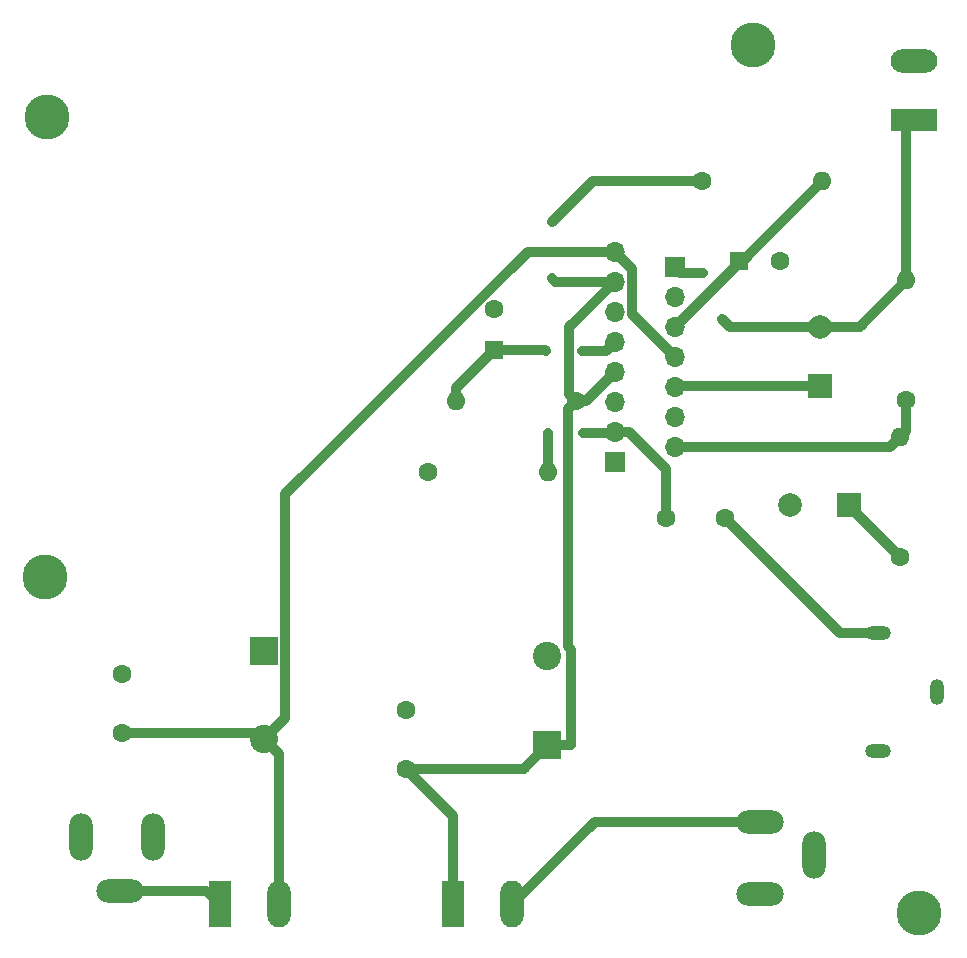
<source format=gbr>
%TF.GenerationSoftware,KiCad,Pcbnew,7.0.1-0*%
%TF.CreationDate,2023-05-21T16:13:56-06:00*%
%TF.ProjectId,100W Amplifier IS,31303057-2041-46d7-906c-696669657220,rev?*%
%TF.SameCoordinates,Original*%
%TF.FileFunction,Copper,L1,Top*%
%TF.FilePolarity,Positive*%
%FSLAX46Y46*%
G04 Gerber Fmt 4.6, Leading zero omitted, Abs format (unit mm)*
G04 Created by KiCad (PCBNEW 7.0.1-0) date 2023-05-21 16:13:56*
%MOMM*%
%LPD*%
G01*
G04 APERTURE LIST*
%TA.AperFunction,ComponentPad*%
%ADD10C,3.800000*%
%TD*%
%TA.AperFunction,ComponentPad*%
%ADD11C,1.600000*%
%TD*%
%TA.AperFunction,ComponentPad*%
%ADD12O,1.600000X1.600000*%
%TD*%
%TA.AperFunction,ComponentPad*%
%ADD13R,2.000000X2.000000*%
%TD*%
%TA.AperFunction,ComponentPad*%
%ADD14C,2.000000*%
%TD*%
%TA.AperFunction,ComponentPad*%
%ADD15R,2.400000X2.400000*%
%TD*%
%TA.AperFunction,ComponentPad*%
%ADD16C,2.400000*%
%TD*%
%TA.AperFunction,ComponentPad*%
%ADD17R,3.960000X1.980000*%
%TD*%
%TA.AperFunction,ComponentPad*%
%ADD18O,3.960000X1.980000*%
%TD*%
%TA.AperFunction,ComponentPad*%
%ADD19R,1.700000X1.700000*%
%TD*%
%TA.AperFunction,ComponentPad*%
%ADD20O,1.700000X1.700000*%
%TD*%
%TA.AperFunction,ComponentPad*%
%ADD21R,1.980000X3.960000*%
%TD*%
%TA.AperFunction,ComponentPad*%
%ADD22O,1.980000X3.960000*%
%TD*%
%TA.AperFunction,ComponentPad*%
%ADD23R,1.600000X1.600000*%
%TD*%
%TA.AperFunction,ComponentPad*%
%ADD24O,2.200000X1.200000*%
%TD*%
%TA.AperFunction,ComponentPad*%
%ADD25O,1.200000X2.200000*%
%TD*%
%TA.AperFunction,ComponentPad*%
%ADD26O,2.000000X4.000000*%
%TD*%
%TA.AperFunction,ComponentPad*%
%ADD27O,4.000000X2.000000*%
%TD*%
%TA.AperFunction,ViaPad*%
%ADD28C,0.800000*%
%TD*%
%TA.AperFunction,Conductor*%
%ADD29C,0.812800*%
%TD*%
G04 APERTURE END LIST*
D10*
%TO.P,REF\u002A\u002A,1*%
%TO.N,N/C*%
X115500000Y-87300000D03*
%TD*%
%TO.P,,1*%
%TO.N,N/C*%
X115500000Y-87300000D03*
%TD*%
%TO.P,REF\u002A\u002A,1*%
%TO.N,N/C*%
X115600000Y-48350000D03*
%TD*%
%TO.P,,1*%
%TO.N,N/C*%
X115600000Y-48350000D03*
%TD*%
%TO.P,REF\u002A\u002A,1*%
%TO.N,N/C*%
X175400000Y-42250000D03*
%TD*%
%TO.P,,1*%
%TO.N,N/C*%
X175400000Y-42250000D03*
%TD*%
%TO.P,REF\u002A\u002A,1*%
%TO.N,N/C*%
X189500000Y-115700000D03*
%TD*%
D11*
%TO.P,R9,1*%
%TO.N,INV_IN*%
X188390000Y-72290000D03*
D12*
%TO.P,R9,2*%
%TO.N,OUTPUT*%
X188390000Y-62130000D03*
%TD*%
D11*
%TO.P,R10,1*%
%TO.N,SGND*%
X147880000Y-78370000D03*
D12*
%TO.P,R10,2*%
%TO.N,NON INV_IN*%
X158040000Y-78370000D03*
%TD*%
D13*
%TO.P,C10,1*%
%TO.N,BOOTSTRAP*%
X181050000Y-71067677D03*
D14*
%TO.P,C10,2*%
%TO.N,OUTPUT*%
X181050000Y-66067677D03*
%TD*%
D15*
%TO.P,C15,1*%
%TO.N,SGND*%
X134000000Y-93500000D03*
D16*
%TO.P,C15,2*%
%TO.N,-Vs(PWR)*%
X134000000Y-101000000D03*
%TD*%
D17*
%TO.P,J6,1,Pin_1*%
%TO.N,OUTPUT*%
X189050000Y-48600000D03*
D18*
%TO.P,J6,2,Pin_2*%
%TO.N,SGND*%
X189050000Y-43600000D03*
%TD*%
D19*
%TO.P,J3,1,Pin_1*%
%TO.N,SGND*%
X163695000Y-77520000D03*
D20*
%TO.P,J3,2,Pin_2*%
%TO.N,NON INV_IN*%
X163695000Y-74980000D03*
%TO.P,J3,3,Pin_3*%
%TO.N,unconnected-(J3-Pin_3-Pad3)*%
X163695000Y-72440000D03*
%TO.P,J3,4,Pin_4*%
%TO.N,+Vs(PWR)*%
X163695000Y-69900000D03*
%TO.P,J3,5,Pin_5*%
%TO.N,STAND-BY*%
X163695000Y-67360000D03*
%TO.P,J3,6,Pin_6*%
%TO.N,unconnected-(J3-Pin_6-Pad6)*%
X163695000Y-64820000D03*
%TO.P,J3,7,Pin_7*%
%TO.N,+Vs(PWR)*%
X163695000Y-62280000D03*
%TO.P,J3,8,Pin_8*%
%TO.N,-Vs(PWR)*%
X163695000Y-59740000D03*
%TD*%
D19*
%TO.P,J2,1,Pin_1*%
%TO.N,OUTPUT*%
X168765000Y-61010000D03*
D20*
%TO.P,J2,2,Pin_2*%
%TO.N,unconnected-(J2-Pin_2-Pad2)*%
X168765000Y-63550000D03*
%TO.P,J2,3,Pin_3*%
%TO.N,MUTE*%
X168765000Y-66090000D03*
%TO.P,J2,4,Pin_4*%
%TO.N,-Vs(PWR)*%
X168765000Y-68630000D03*
%TO.P,J2,5,Pin_5*%
%TO.N,BOOTSTRAP*%
X168765000Y-71170000D03*
%TO.P,J2,6,Pin_6*%
%TO.N,SGND*%
X168765000Y-73710000D03*
%TO.P,J2,7,Pin_7*%
%TO.N,INV_IN*%
X168765000Y-76250000D03*
%TD*%
D11*
%TO.P,C11,1*%
%TO.N,AUDIO IN+*%
X173020000Y-82290000D03*
%TO.P,C11,2*%
%TO.N,NON INV_IN*%
X168020000Y-82290000D03*
%TD*%
D21*
%TO.P,J7,1,Pin_1*%
%TO.N,-36IN*%
X130235000Y-115000000D03*
D22*
%TO.P,J7,2,Pin_2*%
%TO.N,-Vs(PWR)*%
X135235000Y-115000000D03*
%TD*%
D21*
%TO.P,J8,1,Pin_1*%
%TO.N,+Vs(PWR)*%
X150000000Y-115000000D03*
D22*
%TO.P,J8,2,Pin_2*%
%TO.N,+36IN*%
X155000000Y-115000000D03*
%TD*%
D23*
%TO.P,C13,1*%
%TO.N,STAND-BY*%
X153490000Y-68072651D03*
D11*
%TO.P,C13,2*%
%TO.N,SGND*%
X153490000Y-64572651D03*
%TD*%
D13*
%TO.P,C8,1*%
%TO.N,Net-(C8-Pad1)*%
X183570000Y-81180000D03*
D14*
%TO.P,C8,2*%
%TO.N,SGND*%
X178570000Y-81180000D03*
%TD*%
D24*
%TO.P,J1,R*%
%TO.N,N/C*%
X186000000Y-102000000D03*
D25*
%TO.P,J1,S*%
%TO.N,SGND*%
X191000000Y-97000000D03*
D24*
%TO.P,J1,T*%
%TO.N,AUDIO IN+*%
X186000000Y-92000000D03*
%TD*%
D26*
%TO.P,J4,1*%
%TO.N,SGND*%
X124600000Y-109250000D03*
D27*
%TO.P,J4,2*%
%TO.N,-36IN*%
X121800000Y-113850000D03*
D26*
%TO.P,J4,3*%
%TO.N,unconnected-(J4-Pad3)*%
X118500000Y-109250000D03*
%TD*%
D11*
%TO.P,C16,1*%
%TO.N,SGND*%
X146000000Y-98500000D03*
%TO.P,C16,2*%
%TO.N,+Vs(PWR)*%
X146000000Y-103500000D03*
%TD*%
D15*
%TO.P,C14,1*%
%TO.N,+Vs(PWR)*%
X158000000Y-101500000D03*
D16*
%TO.P,C14,2*%
%TO.N,SGND*%
X158000000Y-94000000D03*
%TD*%
D11*
%TO.P,R11,1*%
%TO.N,+Vs(PWR)*%
X171100000Y-53780000D03*
D12*
%TO.P,R11,2*%
%TO.N,MUTE*%
X181260000Y-53780000D03*
%TD*%
D11*
%TO.P,R8,1*%
%TO.N,Net-(C8-Pad1)*%
X187860000Y-85590000D03*
D12*
%TO.P,R8,2*%
%TO.N,INV_IN*%
X187860000Y-75430000D03*
%TD*%
D11*
%TO.P,C17,1*%
%TO.N,-Vs(PWR)*%
X122000000Y-100500000D03*
%TO.P,C17,2*%
%TO.N,SGND*%
X122000000Y-95500000D03*
%TD*%
D27*
%TO.P,J5,1*%
%TO.N,+36IN*%
X176000000Y-108000000D03*
D26*
%TO.P,J5,2*%
%TO.N,SGND*%
X180600000Y-110800000D03*
D27*
%TO.P,J5,3*%
%TO.N,unconnected-(J5-Pad3)*%
X176000000Y-114100000D03*
%TD*%
D11*
%TO.P,R12,1*%
%TO.N,+Vs(PWR)*%
X160420000Y-72350000D03*
D12*
%TO.P,R12,2*%
%TO.N,STAND-BY*%
X150260000Y-72350000D03*
%TD*%
D23*
%TO.P,C12,1*%
%TO.N,MUTE*%
X174200000Y-60500000D03*
D11*
%TO.P,C12,2*%
%TO.N,SGND*%
X177700000Y-60500000D03*
%TD*%
D28*
%TO.N,OUTPUT*%
X171150000Y-61500000D03*
X172800000Y-65400000D03*
%TO.N,NON INV_IN*%
X158050000Y-75050000D03*
X161000000Y-75100000D03*
%TO.N,STAND-BY*%
X157900000Y-68150000D03*
X160900000Y-68100000D03*
%TO.N,+Vs(PWR)*%
X158400000Y-57250000D03*
X158400000Y-62000000D03*
%TD*%
D29*
%TO.N,Net-(C8-Pad1)*%
X183570000Y-81180000D02*
X183570000Y-81300000D01*
X183570000Y-81300000D02*
X187860000Y-85590000D01*
%TO.N,BOOTSTRAP*%
X181050000Y-71067677D02*
X168867323Y-71067677D01*
X168867323Y-71067677D02*
X168765000Y-71170000D01*
%TO.N,OUTPUT*%
X188390000Y-49260000D02*
X189050000Y-48600000D01*
X181050000Y-66067677D02*
X173467677Y-66067677D01*
X188390000Y-62130000D02*
X188390000Y-49260000D01*
X173467677Y-66067677D02*
X172800000Y-65400000D01*
X184452323Y-66067677D02*
X188390000Y-62130000D01*
X171150000Y-61500000D02*
X169255000Y-61500000D01*
X169255000Y-61500000D02*
X168765000Y-61010000D01*
X181050000Y-66067677D02*
X184452323Y-66067677D01*
%TO.N,AUDIO IN+*%
X182730000Y-92000000D02*
X173020000Y-82290000D01*
X186000000Y-92000000D02*
X182730000Y-92000000D01*
%TO.N,NON INV_IN*%
X161000000Y-75100000D02*
X163575000Y-75100000D01*
X164897081Y-74980000D02*
X163695000Y-74980000D01*
X158040000Y-75060000D02*
X158050000Y-75050000D01*
X168020000Y-82290000D02*
X168020000Y-78102919D01*
X168020000Y-78102919D02*
X164897081Y-74980000D01*
X163575000Y-75100000D02*
X163695000Y-74980000D01*
X158040000Y-78370000D02*
X158040000Y-75060000D01*
%TO.N,MUTE*%
X174200000Y-60655000D02*
X168765000Y-66090000D01*
X174540000Y-60500000D02*
X174200000Y-60500000D01*
X181260000Y-53780000D02*
X174540000Y-60500000D01*
X174200000Y-60500000D02*
X174200000Y-60655000D01*
%TO.N,STAND-BY*%
X153490000Y-68072651D02*
X157822651Y-68072651D01*
X160900000Y-68100000D02*
X162955000Y-68100000D01*
X150260000Y-71302651D02*
X153490000Y-68072651D01*
X157822651Y-68072651D02*
X157900000Y-68150000D01*
X162955000Y-68100000D02*
X163695000Y-67360000D01*
X150260000Y-72350000D02*
X150260000Y-71302651D01*
%TO.N,+Vs(PWR)*%
X158400000Y-57250000D02*
X161870000Y-53780000D01*
X160012800Y-93458164D02*
X159700000Y-93145364D01*
X156000000Y-103500000D02*
X158000000Y-101500000D01*
X161245000Y-72350000D02*
X163695000Y-69900000D01*
X159850000Y-71780000D02*
X159850000Y-66125000D01*
X158680000Y-62280000D02*
X158400000Y-62000000D01*
X150000000Y-107500000D02*
X146000000Y-103500000D01*
X159700000Y-73070000D02*
X160420000Y-72350000D01*
X160420000Y-72350000D02*
X159850000Y-71780000D01*
X158000000Y-101500000D02*
X160012800Y-101500000D01*
X161870000Y-53780000D02*
X171100000Y-53780000D01*
X163695000Y-62280000D02*
X158680000Y-62280000D01*
X159850000Y-66125000D02*
X163695000Y-62280000D01*
X160012800Y-101500000D02*
X160012800Y-93458164D01*
X159700000Y-93145364D02*
X159700000Y-73070000D01*
X150000000Y-115000000D02*
X150000000Y-107500000D01*
X160420000Y-72350000D02*
X161245000Y-72350000D01*
X146000000Y-103500000D02*
X156000000Y-103500000D01*
%TO.N,-Vs(PWR)*%
X156333701Y-59740000D02*
X163695000Y-59740000D01*
X135806400Y-99193600D02*
X135806400Y-80267301D01*
X165151400Y-65016400D02*
X168765000Y-68630000D01*
X165151400Y-61196400D02*
X165151400Y-65016400D01*
X134000000Y-101000000D02*
X135806400Y-99193600D01*
X122000000Y-100500000D02*
X133500000Y-100500000D01*
X133500000Y-100500000D02*
X134000000Y-101000000D01*
X163695000Y-59740000D02*
X165151400Y-61196400D01*
X135806400Y-80267301D02*
X156333701Y-59740000D01*
X135235000Y-102235000D02*
X134000000Y-101000000D01*
X135235000Y-115000000D02*
X135235000Y-102235000D01*
%TO.N,INV_IN*%
X168765000Y-76250000D02*
X187040000Y-76250000D01*
X188390000Y-72290000D02*
X188390000Y-74900000D01*
X188390000Y-74900000D02*
X187860000Y-75430000D01*
X187040000Y-76250000D02*
X187860000Y-75430000D01*
%TO.N,-36IN*%
X121800000Y-113850000D02*
X129085000Y-113850000D01*
X129085000Y-113850000D02*
X130235000Y-115000000D01*
%TO.N,+36IN*%
X162000000Y-108000000D02*
X155000000Y-115000000D01*
X176000000Y-108000000D02*
X162000000Y-108000000D01*
%TD*%
M02*

</source>
